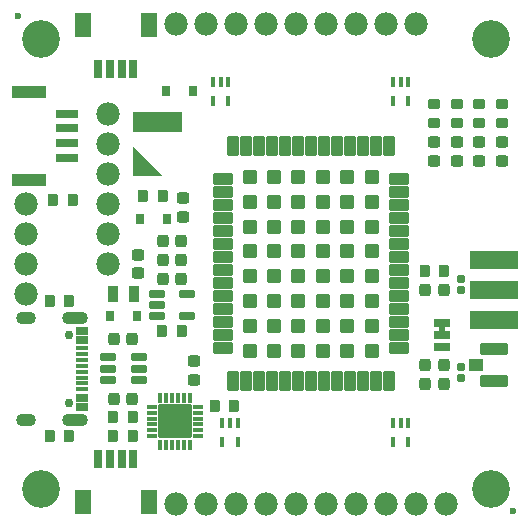
<source format=gts>
%TF.GenerationSoftware,KiCad,Pcbnew,9.0.1*%
%TF.CreationDate,2025-04-16T09:50:42-06:00*%
%TF.ProjectId,SparkFun_GNSS_ZED-X20P,53706172-6b46-4756-9e5f-474e53535f5a,rev?*%
%TF.SameCoordinates,Original*%
%TF.FileFunction,Soldermask,Top*%
%TF.FilePolarity,Negative*%
%FSLAX46Y46*%
G04 Gerber Fmt 4.6, Leading zero omitted, Abs format (unit mm)*
G04 Created by KiCad (PCBNEW 9.0.1) date 2025-04-16 09:50:42*
%MOMM*%
%LPD*%
G01*
G04 APERTURE LIST*
G04 Aperture macros list*
%AMRoundRect*
0 Rectangle with rounded corners*
0 $1 Rounding radius*
0 $2 $3 $4 $5 $6 $7 $8 $9 X,Y pos of 4 corners*
0 Add a 4 corners polygon primitive as box body*
4,1,4,$2,$3,$4,$5,$6,$7,$8,$9,$2,$3,0*
0 Add four circle primitives for the rounded corners*
1,1,$1+$1,$2,$3*
1,1,$1+$1,$4,$5*
1,1,$1+$1,$6,$7*
1,1,$1+$1,$8,$9*
0 Add four rect primitives between the rounded corners*
20,1,$1+$1,$2,$3,$4,$5,0*
20,1,$1+$1,$4,$5,$6,$7,0*
20,1,$1+$1,$6,$7,$8,$9,0*
20,1,$1+$1,$8,$9,$2,$3,0*%
G04 Aperture macros list end*
%ADD10C,0.000000*%
%ADD11RoundRect,0.050000X0.150000X0.350000X-0.150000X0.350000X-0.150000X-0.350000X0.150000X-0.350000X0*%
%ADD12RoundRect,0.243750X0.281250X-0.243750X0.281250X0.243750X-0.281250X0.243750X-0.281250X-0.243750X0*%
%ADD13C,1.979600*%
%ADD14C,0.600000*%
%ADD15RoundRect,0.225000X0.225000X0.300000X-0.225000X0.300000X-0.225000X-0.300000X0.225000X-0.300000X0*%
%ADD16RoundRect,0.225000X0.300000X-0.225000X0.300000X0.225000X-0.300000X0.225000X-0.300000X-0.225000X0*%
%ADD17RoundRect,0.250000X0.250000X0.275000X-0.250000X0.275000X-0.250000X-0.275000X0.250000X-0.275000X0*%
%ADD18C,0.750000*%
%ADD19RoundRect,0.050000X0.500000X-0.150000X0.500000X0.150000X-0.500000X0.150000X-0.500000X-0.150000X0*%
%ADD20RoundRect,0.050000X-0.500000X0.150000X-0.500000X-0.150000X0.500000X-0.150000X0.500000X0.150000X0*%
%ADD21RoundRect,0.050000X0.500000X-0.300000X0.500000X0.300000X-0.500000X0.300000X-0.500000X-0.300000X0*%
%ADD22RoundRect,0.050000X-0.500000X0.300000X-0.500000X-0.300000X0.500000X-0.300000X0.500000X0.300000X0*%
%ADD23O,1.700000X1.100000*%
%ADD24O,2.200000X1.100000*%
%ADD25C,3.200000*%
%ADD26RoundRect,0.250000X-0.275000X0.250000X-0.275000X-0.250000X0.275000X-0.250000X0.275000X0.250000X0*%
%ADD27RoundRect,0.225000X-0.225000X-0.300000X0.225000X-0.300000X0.225000X0.300000X-0.225000X0.300000X0*%
%ADD28RoundRect,0.250000X-0.250000X-0.275000X0.250000X-0.275000X0.250000X0.275000X-0.250000X0.275000X0*%
%ADD29RoundRect,0.050000X-0.315000X-0.415000X0.315000X-0.415000X0.315000X0.415000X-0.315000X0.415000X0*%
%ADD30RoundRect,0.050000X-0.850000X0.300000X-0.850000X-0.300000X0.850000X-0.300000X0.850000X0.300000X0*%
%ADD31RoundRect,0.050000X-1.350000X0.500000X-1.350000X-0.500000X1.350000X-0.500000X1.350000X0.500000X0*%
%ADD32RoundRect,0.165000X-0.195000X0.165000X-0.195000X-0.165000X0.195000X-0.165000X0.195000X0.165000X0*%
%ADD33RoundRect,0.050000X-2.000000X0.750000X-2.000000X-0.750000X2.000000X-0.750000X2.000000X0.750000X0*%
%ADD34RoundRect,0.050000X0.300000X0.675000X-0.300000X0.675000X-0.300000X-0.675000X0.300000X-0.675000X0*%
%ADD35RoundRect,0.050000X0.600000X1.000000X-0.600000X1.000000X-0.600000X-1.000000X0.600000X-1.000000X0*%
%ADD36RoundRect,0.050000X-0.600000X0.275000X-0.600000X-0.275000X0.600000X-0.275000X0.600000X0.275000X0*%
%ADD37RoundRect,0.050000X0.525000X0.500000X-0.525000X0.500000X-0.525000X-0.500000X0.525000X-0.500000X0*%
%ADD38RoundRect,0.050000X1.100000X0.425000X-1.100000X0.425000X-1.100000X-0.425000X1.100000X-0.425000X0*%
%ADD39RoundRect,0.250000X0.275000X-0.250000X0.275000X0.250000X-0.275000X0.250000X-0.275000X-0.250000X0*%
%ADD40RoundRect,0.050000X0.400000X0.600000X-0.400000X0.600000X-0.400000X-0.600000X0.400000X-0.600000X0*%
%ADD41RoundRect,0.165000X0.195000X-0.165000X0.195000X0.165000X-0.195000X0.165000X-0.195000X-0.165000X0*%
%ADD42RoundRect,0.087500X-0.087500X0.375000X-0.087500X-0.375000X0.087500X-0.375000X0.087500X0.375000X0*%
%ADD43RoundRect,0.087500X-0.375000X0.087500X-0.375000X-0.087500X0.375000X-0.087500X0.375000X0.087500X0*%
%ADD44RoundRect,0.050000X-1.350000X1.350000X-1.350000X-1.350000X1.350000X-1.350000X1.350000X1.350000X0*%
%ADD45RoundRect,0.050000X-0.300000X-0.675000X0.300000X-0.675000X0.300000X0.675000X-0.300000X0.675000X0*%
%ADD46RoundRect,0.050000X-0.600000X-1.000000X0.600000X-1.000000X0.600000X1.000000X-0.600000X1.000000X0*%
%ADD47RoundRect,0.050000X0.315000X0.415000X-0.315000X0.415000X-0.315000X-0.415000X0.315000X-0.415000X0*%
%ADD48RoundRect,0.050000X-0.635000X0.330200X-0.635000X-0.330200X0.635000X-0.330200X0.635000X0.330200X0*%
%ADD49RoundRect,0.050000X0.635000X-0.330200X0.635000X0.330200X-0.635000X0.330200X-0.635000X-0.330200X0*%
%ADD50RoundRect,0.050000X0.760000X0.425000X-0.760000X0.425000X-0.760000X-0.425000X0.760000X-0.425000X0*%
%ADD51RoundRect,0.050000X0.425000X-0.760000X0.425000X0.760000X-0.425000X0.760000X-0.425000X-0.760000X0*%
%ADD52RoundRect,0.050000X-0.760000X-0.425000X0.760000X-0.425000X0.760000X0.425000X-0.760000X0.425000X0*%
%ADD53RoundRect,0.050000X-0.425000X0.760000X-0.425000X-0.760000X0.425000X-0.760000X0.425000X0.760000X0*%
%ADD54RoundRect,0.050000X0.550000X-0.550000X0.550000X0.550000X-0.550000X0.550000X-0.550000X-0.550000X0*%
%ADD55RoundRect,0.050000X-0.550000X0.550000X-0.550000X-0.550000X0.550000X-0.550000X0.550000X0.550000X0*%
G04 APERTURE END LIST*
D10*
%TO.C,BT1*%
G36*
X12797855Y29045000D02*
G01*
X10312500Y29045000D01*
X10312500Y31530355D01*
X12797855Y29045000D01*
G37*
G36*
X14517500Y32750000D02*
G01*
X10317500Y32750000D01*
X10317500Y34450000D01*
X14517500Y34450000D01*
X14517500Y32750000D01*
G37*
%TO.C,JP1*%
G36*
X36753000Y15824200D02*
G01*
X36272000Y15824200D01*
X36272000Y16332200D01*
X36753000Y16332200D01*
X36753000Y15824200D01*
G37*
%TD*%
D11*
%TO.C,D13*%
X19223750Y8102500D03*
X18573750Y8102500D03*
X17923750Y8102500D03*
X17923750Y6502500D03*
X19223750Y6502500D03*
%TD*%
D12*
%TO.C,D4*%
X37782500Y30327500D03*
X37782500Y31902500D03*
%TD*%
D13*
%TO.C,J2*%
X8255000Y34290000D03*
X8255000Y31750000D03*
X8255000Y29210000D03*
X8255000Y26670000D03*
X8255000Y24130000D03*
X8255000Y21590000D03*
%TD*%
%TO.C,J11*%
X24130000Y1270000D03*
X26670000Y1270000D03*
X29210000Y1270000D03*
X31750000Y1270000D03*
X34290000Y1270000D03*
X36830000Y1270000D03*
%TD*%
D14*
%TO.C,FID3*%
X635000Y42545000D03*
%TD*%
D15*
%TO.C,R8*%
X5270000Y26987500D03*
X3620000Y26987500D03*
%TD*%
D16*
%TO.C,R3*%
X39687500Y33465000D03*
X39687500Y35115000D03*
%TD*%
D17*
%TO.C,C5*%
X14427500Y21907500D03*
X12877500Y21907500D03*
%TD*%
D18*
%TO.C,J1*%
X4905000Y15590000D03*
X4905000Y9810000D03*
D19*
X6010000Y13950000D03*
X6010000Y12950000D03*
D20*
X6010000Y12450000D03*
X6010000Y11450000D03*
X6010000Y10950000D03*
X6010000Y11950000D03*
D19*
X6010000Y13450000D03*
X6010000Y14450000D03*
D21*
X6010000Y15925000D03*
D22*
X6010000Y9475000D03*
D23*
X1255000Y17018000D03*
D24*
X5435000Y17018000D03*
X5435000Y8382000D03*
D23*
X1255000Y8382000D03*
D21*
X6010000Y15150000D03*
D22*
X6010000Y10250000D03*
%TD*%
D25*
%TO.C,ST2*%
X40640000Y2540000D03*
%TD*%
D26*
%TO.C,C9*%
X14605000Y27127500D03*
X14605000Y25577500D03*
%TD*%
D27*
%TO.C,R13*%
X8700000Y8572500D03*
X10350000Y8572500D03*
%TD*%
D28*
%TO.C,C3*%
X35102500Y11430000D03*
X36652500Y11430000D03*
%TD*%
D29*
%TO.C,D7*%
X13137500Y36195000D03*
X15437500Y36195000D03*
%TD*%
%TO.C,D5*%
X10915000Y25400000D03*
X13215000Y25400000D03*
%TD*%
D30*
%TO.C,J8*%
X4762500Y34290000D03*
X4762500Y33040000D03*
X4762500Y31790000D03*
X4762500Y30540000D03*
D31*
X1562500Y36165000D03*
X1562500Y28665000D03*
%TD*%
D15*
%TO.C,R2*%
X4952500Y18415000D03*
X3302500Y18415000D03*
%TD*%
D16*
%TO.C,R5*%
X37782500Y33465000D03*
X37782500Y35115000D03*
%TD*%
D12*
%TO.C,D1*%
X35877500Y30327500D03*
X35877500Y31902500D03*
%TD*%
D13*
%TO.C,J6*%
X1270000Y19050000D03*
X1270000Y21590000D03*
X1270000Y24130000D03*
X1270000Y26670000D03*
%TD*%
D16*
%TO.C,R4*%
X35877500Y33465000D03*
X35877500Y35115000D03*
%TD*%
D17*
%TO.C,C2*%
X14427500Y20320000D03*
X12877500Y20320000D03*
%TD*%
D12*
%TO.C,D2*%
X39687500Y30327500D03*
X39687500Y31902500D03*
%TD*%
D14*
%TO.C,FID4*%
X42545000Y635000D03*
%TD*%
D32*
%TO.C,D3*%
X38100000Y20327500D03*
X38100000Y19367500D03*
%TD*%
D33*
%TO.C,J5*%
X40957500Y19367500D03*
X40957500Y21907500D03*
X40957500Y16827500D03*
%TD*%
D13*
%TO.C,J9*%
X13970000Y1270000D03*
X16510000Y1270000D03*
X19050000Y1270000D03*
X21590000Y1270000D03*
%TD*%
D15*
%TO.C,R10*%
X18922500Y9525000D03*
X17272500Y9525000D03*
%TD*%
%TO.C,R1*%
X4952500Y6985000D03*
X3302500Y6985000D03*
%TD*%
D34*
%TO.C,J7*%
X10390000Y38100000D03*
X9390000Y38100000D03*
X8390000Y38100000D03*
X7390000Y38100000D03*
D35*
X6090000Y41775000D03*
X11690000Y41775000D03*
%TD*%
D25*
%TO.C,ST1*%
X40640000Y40640000D03*
%TD*%
D36*
%TO.C,U2*%
X12352400Y19047500D03*
X12352400Y18097500D03*
X12352400Y17147500D03*
X14952600Y17147500D03*
X14952600Y19047500D03*
%TD*%
D37*
%TO.C,J10*%
X39432500Y13017500D03*
D38*
X40957500Y11642500D03*
X40957500Y14392500D03*
%TD*%
D17*
%TO.C,C8*%
X14427500Y23495000D03*
X12877500Y23495000D03*
%TD*%
%TO.C,L1*%
X36652500Y19367500D03*
X35102500Y19367500D03*
%TD*%
D28*
%TO.C,C7*%
X8750000Y15240000D03*
X10300000Y15240000D03*
%TD*%
D11*
%TO.C,D12*%
X33670000Y8102500D03*
X33020000Y8102500D03*
X32370000Y8102500D03*
X32370000Y6502500D03*
X33670000Y6502500D03*
%TD*%
D13*
%TO.C,J3*%
X34290000Y41910000D03*
X31750000Y41910000D03*
X29210000Y41910000D03*
X26670000Y41910000D03*
X24130000Y41910000D03*
X21590000Y41910000D03*
X19050000Y41910000D03*
X16510000Y41910000D03*
X13970000Y41910000D03*
%TD*%
D16*
%TO.C,R11*%
X41592500Y33465000D03*
X41592500Y35115000D03*
%TD*%
D11*
%TO.C,D10*%
X33670000Y36995000D03*
X33020000Y36995000D03*
X32370000Y36995000D03*
X32370000Y35395000D03*
X33670000Y35395000D03*
%TD*%
D39*
%TO.C,C10*%
X15557500Y11766250D03*
X15557500Y13316250D03*
%TD*%
D40*
%TO.C,F1*%
X10425000Y19050000D03*
X8625000Y19050000D03*
%TD*%
D41*
%TO.C,D14*%
X38100000Y11902500D03*
X38100000Y12862500D03*
%TD*%
D42*
%TO.C,U4*%
X15162500Y10197500D03*
X14662500Y10197500D03*
X14162500Y10197500D03*
X13662500Y10197500D03*
X13162500Y10197500D03*
X12662500Y10197500D03*
D43*
X11950000Y9485000D03*
X11950000Y8985000D03*
X11950000Y8485000D03*
X11950000Y7985000D03*
X11950000Y7485000D03*
X11950000Y6985000D03*
D42*
X12662500Y6272500D03*
X13162500Y6272500D03*
X13662500Y6272500D03*
X14162500Y6272500D03*
X14662500Y6272500D03*
X15162500Y6272500D03*
D43*
X15875000Y6985000D03*
X15875000Y7485000D03*
X15875000Y7985000D03*
X15875000Y8485000D03*
X15875000Y8985000D03*
X15875000Y9485000D03*
D44*
X13912500Y8235000D03*
%TD*%
D45*
%TO.C,J4*%
X7390000Y5080000D03*
X8390000Y5080000D03*
X9390000Y5080000D03*
X10390000Y5080000D03*
D46*
X11690000Y1405000D03*
X6090000Y1405000D03*
%TD*%
D36*
%TO.C,U1*%
X8224900Y13650000D03*
X8224900Y12700000D03*
X8224900Y11750000D03*
X10825100Y11750000D03*
X10825000Y12700000D03*
X10825100Y13650000D03*
%TD*%
D12*
%TO.C,D9*%
X41592500Y30327500D03*
X41592500Y31902500D03*
%TD*%
D39*
%TO.C,C1*%
X10795000Y20815000D03*
X10795000Y22365000D03*
%TD*%
D11*
%TO.C,D8*%
X18430000Y36995000D03*
X17780000Y36995000D03*
X17130000Y36995000D03*
X17130000Y35395000D03*
X18430000Y35395000D03*
%TD*%
D28*
%TO.C,C13*%
X8750000Y10160000D03*
X10300000Y10160000D03*
%TD*%
D15*
%TO.C,R9*%
X14477500Y15875000D03*
X12827500Y15875000D03*
%TD*%
D47*
%TO.C,D6*%
X10675000Y17145000D03*
X8375000Y17145000D03*
%TD*%
D27*
%TO.C,R6*%
X35052500Y20955000D03*
X36702500Y20955000D03*
%TD*%
D25*
%TO.C,ST3*%
X2540000Y40640000D03*
%TD*%
D17*
%TO.C,L2*%
X36652500Y13017500D03*
X35102500Y13017500D03*
%TD*%
D27*
%TO.C,R12*%
X8700000Y6985000D03*
X10350000Y6985000D03*
%TD*%
D48*
%TO.C,JP1*%
X36512500Y16598900D03*
X36512500Y15557500D03*
D49*
X36512500Y14516100D03*
%TD*%
D15*
%TO.C,R7*%
X12890000Y27305000D03*
X11240000Y27305000D03*
%TD*%
D50*
%TO.C,U5*%
X32850000Y14440000D03*
X32850000Y15540000D03*
X32850000Y16640000D03*
X32850000Y17740000D03*
X32850000Y18840000D03*
X32850000Y19940000D03*
X32850000Y21040000D03*
X32850000Y22140000D03*
X32850000Y23240000D03*
X32850000Y24340000D03*
X32850000Y25440000D03*
X32850000Y26540000D03*
X32850000Y27640000D03*
X32850000Y28740000D03*
D51*
X32000000Y31540000D03*
X30900000Y31540000D03*
X29800000Y31540000D03*
X28700000Y31540000D03*
X27600000Y31540000D03*
X26500000Y31540000D03*
X25400000Y31540000D03*
X24300000Y31540000D03*
X23200000Y31540000D03*
X22100000Y31540000D03*
X21000000Y31540000D03*
X19900000Y31540000D03*
X18800000Y31540000D03*
D52*
X17950000Y28740000D03*
X17950000Y27640000D03*
X17950000Y26540000D03*
X17950000Y25440000D03*
X17950000Y24340000D03*
X17950000Y23240000D03*
X17950000Y22140000D03*
X17950000Y21040000D03*
X17950000Y19940000D03*
X17950000Y18840000D03*
X17950000Y17740000D03*
X17950000Y16640000D03*
X17950000Y15540000D03*
X17950000Y14440000D03*
D53*
X18800000Y11640000D03*
X19900000Y11640000D03*
X21000000Y11640000D03*
X22100000Y11640000D03*
X23200000Y11640000D03*
X24300000Y11640000D03*
X25400000Y11640000D03*
X26500000Y11640000D03*
X27600000Y11640000D03*
X28700000Y11640000D03*
X29800000Y11640000D03*
X30900000Y11640000D03*
X32000000Y11640000D03*
D54*
X26450000Y20540000D03*
X26450000Y18440000D03*
X26450000Y16340000D03*
X26450000Y14240000D03*
X28500000Y20540000D03*
X28500000Y18440000D03*
X28500000Y16340000D03*
X28500000Y14240000D03*
X30550000Y20540000D03*
X30550000Y18440000D03*
X30550000Y16340000D03*
X30550000Y14240000D03*
X20250000Y20540000D03*
X20250000Y18440000D03*
X20250000Y16340000D03*
X20250000Y14240000D03*
X22300000Y20540000D03*
X22300000Y18440000D03*
X22300000Y16340000D03*
X22300000Y14240000D03*
X24350000Y20540000D03*
X24350000Y18440000D03*
X24350000Y16340000D03*
X24350000Y14240000D03*
D55*
X24350000Y22640000D03*
X24350000Y24740000D03*
X24350000Y26840000D03*
X24350000Y28940000D03*
X22300000Y22640000D03*
X22300000Y24740000D03*
X22300000Y26840000D03*
X22300000Y28940000D03*
X20250000Y22640000D03*
X20250000Y24740000D03*
X20250000Y26840000D03*
X20250000Y28940000D03*
X30550000Y22640000D03*
X30550000Y24740000D03*
X30550000Y26840000D03*
X30550000Y28940000D03*
X28500000Y22640000D03*
X28500000Y24740000D03*
X28500000Y26840000D03*
X28500000Y28940000D03*
X26450000Y22640000D03*
X26450000Y24740000D03*
X26450000Y26840000D03*
X26450000Y28940000D03*
%TD*%
D25*
%TO.C,ST4*%
X2540000Y2540000D03*
%TD*%
M02*

</source>
